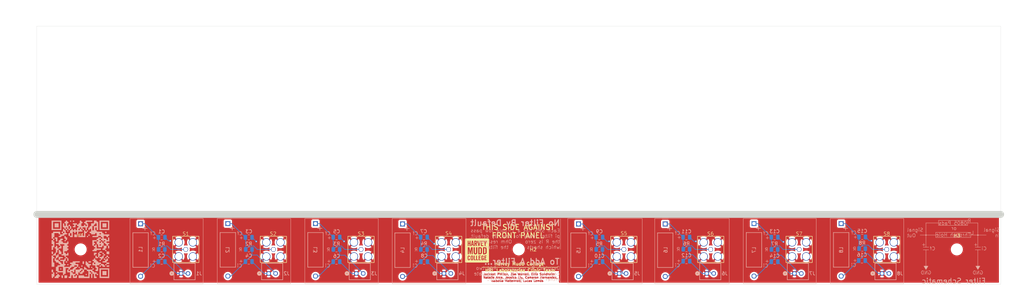
<source format=kicad_pcb>
(kicad_pcb (version 20240108) (generator "pcbnew") (generator_version "8.0")
  (layers (0 "F.Cu" signal) (31 "B.Cu" signal) (34 "B.Paste" user) (35 "F.Paste" user) (36 "B.SilkS" user "B.Silkscreen") (37 "F.SilkS" user "F.Silkscreen") (38 "B.Mask" user) (39 "F.Mask" user) (44 "Edge.Cuts" user))
  (net 0 "")
  (net 1 "GND")
  (net 2 "Net-(C1-Pad1)")
  (net 3 "Net-(C2-Pad1)")
  (net 4 "Net-(C3-Pad1)")
  (net 5 "Net-(C4-Pad1)")
  (net 6 "Net-(C5-Pad1)")
  (net 7 "Net-(C6-Pad1)")
  (net 8 "Net-(C7-Pad1)")
  (net 9 "Net-(C8-Pad1)")
  (net 10 "Net-(C9-Pad1)")
  (net 11 "Net-(C10-Pad1)")
  (net 12 "Net-(C11-Pad1)")
  (net 13 "Net-(C12-Pad1)")
  (net 14 "Net-(C13-Pad1)")
  (net 15 "Net-(C14-Pad1)")
  (net 16 "Net-(C15-Pad1)")
  (net 17 "Net-(C16-Pad1)")
  (footprint "MountingHole:MountingHole_3mm" (layer "F.Cu") (at 78 95.66)
    (property "Reference" "H1" (at -0.023495 -4.132293 0) (layer "F.SilkS"))
    (property "Value" "MountingHole" (hide yes))
    (pad "" np_thru_hole circle (at 0 0) (size 3 3) (drill 3) (layers "*.Cu" "*.Mask"))
  )
  (footprint "smaconnect_DACs:HJ-SMA993" (layer "F.Cu") (at 260.65 95.66)
    (property "Reference" "S6" (at -0.05 -4.56 0) (layer "F.SilkS") (effects (font (thickness 0.1))))
    (property "Value" "SMA_CONNECTOR")
    (pad "1" thru_hole circle (at -2.05 -2.05) (size 2.4 2.4) (drill 2.05) (layers "*.Cu" "*.Mask") (net 1 "GND"))
    (pad "2" thru_hole circle (at -2.05 2.05) (size 2.4 2.4) (drill 2.05) (layers "*.Cu" "*.Mask") (net 1 "GND"))
    (pad "3" thru_hole circle (at 0 0) (size 1.35 1.35) (drill 1.1) (layers "*.Cu" "*.Mask") (net 12 "Net-(C11-Pad1)"))
    (pad "4" thru_hole circle (at 2.05 -2.05) (size 2.4 2.4) (drill 2.05) (layers "*.Cu" "*.Mask") (net 1 "GND"))
    (pad "5" thru_hole circle (at 2.05 2.05) (size 2.4 2.4) (drill 2.05) (layers "*.Cu" "*.Mask") (net 1 "GND"))
  )
  (footprint "Logos:Footprint_HMC" (layer "F.Cu") (at 192.9 96)
    (property "Reference" "  " (at 0 0 0) (layer "F.SilkS") (effects (font (size 1.5 1.5) (thickness 0.3))))
    (property "Value" "LOGO" (hide yes))
  )
  (footprint "smaconnect_DACs:HJ-SMA993" (layer "F.Cu") (at 184.68 95.66)
    (property "Reference" "S4" (at 0 -4.66 0) (layer "F.SilkS") (effects (font (thickness 0.1))))
    (property "Value" "SMA_CONNECTOR")
    (pad "1" thru_hole circle (at -2.05 -2.05) (size 2.4 2.4) (drill 2.05) (layers "*.Cu" "*.Mask") (net 1 "GND"))
    (pad "2" thru_hole circle (at -2.05 2.05) (size 2.4 2.4) (drill 2.05) (layers "*.Cu" "*.Mask") (net 1 "GND"))
    (pad "3" thru_hole circle (at 0 0) (size 1.35 1.35) (drill 1.1) (layers "*.Cu" "*.Mask") (net 8 "Net-(C7-Pad1)"))
    (pad "4" thru_hole circle (at 2.05 -2.05) (size 2.4 2.4) (drill 2.05) (layers "*.Cu" "*.Mask") (net 1 "GND"))
    (pad "5" thru_hole circle (at 2.05 2.05) (size 2.4 2.4) (drill 2.05) (layers "*.Cu" "*.Mask") (net 1 "GND"))
  )
  (footprint "MountingHole:MountingHole_3mm" (layer "F.Cu") (at 332 95.66)
    (property "Reference" "H3" (at 0 -4 0) (layer "F.SilkS"))
    (property "Value" "MountingHole")
    (pad "" np_thru_hole circle (at 0 0) (size 3 3) (drill 3) (layers "*.Cu" "*.Mask"))
  )
  (footprint "smaconnect_DACs:HJ-SMA993" (layer "F.Cu") (at 133.88 95.66)
    (property "Reference" "S2" (at -0.08 -4.56 0) (layer "F.SilkS") (effects (font (thickness 0.1))))
    (property "Value" "SMA_CONNECTOR")
    (pad "1" thru_hole circle (at -2.05 -2.05) (size 2.4 2.4) (drill 2.05) (layers "*.Cu" "*.Mask") (net 1 "GND"))
    (pad "2" thru_hole circle (at -2.05 2.05) (size 2.4 2.4) (drill 2.05) (layers "*.Cu" "*.Mask") (net 1 "GND"))
    (pad "3" thru_hole circle (at 0 0) (size 1.35 1.35) (drill 1.1) (layers "*.Cu" "*.Mask") (net 4 "Net-(C3-Pad1)"))
    (pad "4" thru_hole circle (at 2.05 -2.05) (size 2.4 2.4) (drill 2.05) (layers "*.Cu" "*.Mask") (net 1 "GND"))
    (pad "5" thru_hole circle (at 2.05 2.05) (size 2.4 2.4) (drill 2.05) (layers "*.Cu" "*.Mask") (net 1 "GND"))
  )
  (footprint "smaconnect_DACs:HJ-SMA993" (layer "F.Cu") (at 286.28 95.66)
    (property "Reference" "S7" (at 0 -4.56 0) (layer "F.SilkS") (effects (font (thickness 0.1))))
    (property "Value" "SMA_CONNECTOR")
    (pad "1" thru_hole circle (at -2.05 -2.05) (size 2.4 2.4) (drill 2.05) (layers "*.Cu" "*.Mask") (net 1 "GND"))
    (pad "2" thru_hole circle (at -2.05 2.05) (size 2.4 2.4) (drill 2.05) (layers "*.Cu" "*.Mask") (net 1 "GND"))
    (pad "3" thru_hole circle (at 0 0) (size 1.35 1.35) (drill 1.1) (layers "*.Cu" "*.Mask") (net 14 "Net-(C13-Pad1)"))
    (pad "4" thru_hole circle (at 2.05 -2.05) (size 2.4 2.4) (drill 2.05) (layers "*.Cu" "*.Mask") (net 1 "GND"))
    (pad "5" thru_hole circle (at 2.05 2.05) (size 2.4 2.4) (drill 2.05) (layers "*.Cu" "*.Mask") (net 1 "GND"))
  )
  (footprint "smaconnect_DACs:HJ-SMA993" (layer "F.Cu") (at 311.68 95.66)
    (property "Reference" "S8" (at 0 -4.56 0) (layer "F.SilkS") (effects (font (thickness 0.1))))
    (property "Value" "SMA_CONNECTOR")
    (pad "1" thru_hole circle (at -2.05 -2.05) (size 2.4 2.4) (drill 2.05) (layers "*.Cu" "*.Mask") (net 1 "GND"))
    (pad "2" thru_hole circle (at -2.05 2.05) (size 2.4 2.4) (drill 2.05) (layers "*.Cu" "*.Mask") (net 1 "GND"))
    (pad "3" thru_hole circle (at 0 0) (size 1.35 1.35) (drill 1.1) (layers "*.Cu" "*.Mask") (net 16 "Net-(C15-Pad1)"))
    (pad "4" thru_hole circle (at 2.05 -2.05) (size 2.4 2.4) (drill 2.05) (layers "*.Cu" "*.Mask") (net 1 "GND"))
    (pad "5" thru_hole circle (at 2.05 2.05) (size 2.4 2.4) (drill 2.05) (layers "*.Cu" "*.Mask") (net 1 "GND"))
  )
  (footprint "MountingHole:MountingHole_3mm" (layer "F.Cu") (at 205 95.66)
    (property "Reference" "H2" (at 4.2 0.04 0) (layer "F.SilkS"))
    (property "Value" "MountingHole")
    (pad "" np_thru_hole circle (at 0 0) (size 3 3) (drill 3) (layers "*.Cu" "*.Mask"))
  )
  (footprint "smaconnect_DACs:HJ-SMA993" (layer "F.Cu") (at 159.28 95.66)
    (property "Reference" "S3" (at 0 -4.56 0) (layer "F.SilkS") (effects (font (thickness 0.1))))
    (property "Value" "SMA_CONNECTOR")
    (pad "1" thru_hole circle (at -2.05 -2.05) (size 2.4 2.4) (drill 2.05) (layers "*.Cu" "*.Mask") (net 1 "GND"))
    (pad "2" thru_hole circle (at -2.05 2.05) (size 2.4 2.4) (drill 2.05) (layers "*.Cu" "*.Mask") (net 1 "GND"))
    (pad "3" thru_hole circle (at 0 0) (size 1.35 1.35) (drill 1.1) (layers "*.Cu" "*.Mask") (net 6 "Net-(C5-Pad1)"))
    (pad "4" thru_hole circle (at 2.05 -2.05) (size 2.4 2.4) (drill 2.05) (layers "*.Cu" "*.Mask") (net 1 "GND"))
    (pad "5" thru_hole circle (at 2.05 2.05) (size 2.4 2.4) (drill 2.05) (layers "*.Cu" "*.Mask") (net 1 "GND"))
  )
  (footprint "smaconnect_DACs:HJ-SMA993" (layer "F.Cu") (at 108.48 95.66)
    (property "Reference" "S1" (at 0 -4.56 0) (layer "F.SilkS") (effects (font (thickness 0.1))))
    (property "Value" "SMA_CONNECTOR")
    (pad "1" thru_hole circle (at -2.05 -2.05) (size 2.4 2.4) (drill 2.05) (layers "*.Cu" "*.Mask") (net 1 "GND"))
    (pad "2" thru_hole circle (at -2.05 2.05) (size 2.4 2.4) (drill 2.05) (layers "*.Cu" "*.Mask") (net 1 "GND"))
    (pad "3" thru_hole circle (at 0 0) (size 1.35 1.35) (drill 1.1) (layers "*.Cu" "*.Mask") (net 2 "Net-(C1-Pad1)"))
    (pad "4" thru_hole circle (at 2.05 -2.05) (size 2.4 2.4) (drill 2.05) (layers "*.Cu" "*.Mask") (net 1 "GND"))
    (pad "5" thru_hole circle (at 2.05 2.05) (size 2.4 2.4) (drill 2.05) (layers "*.Cu" "*.Mask") (net 1 "GND"))
  )
  (footprint "smaconnect_DACs:HJ-SMA993" (layer "F.Cu") (at 235.48 95.66)
    (property "Reference" "S5" (at 0 -4.66 0) (layer "F.SilkS") (effects (font (thickness 0.1))))
    (property "Value" "SMA_CONNECTOR")
    (pad "1" thru_hole circle (at -2.05 -2.05) (size 2.4 2.4) (drill 2.05) (layers "*.Cu" "*.Mask") (net 1 "GND"))
    (pad "2" thru_hole circle (at -2.05 2.05) (size 2.4 2.4) (drill 2.05) (layers "*.Cu" "*.Mask") (net 1 "GND"))
    (pad "3" thru_hole circle (at 0 0) (size 1.35 1.35) (drill 1.1) (layers "*.Cu" "*.Mask") (net 10 "Net-(C9-Pad1)"))
    (pad "4" thru_hole circle (at 2.05 -2.05) (size 2.4 2.4) (drill 2.05) (layers "*.Cu" "*.Mask") (net 1 "GND"))
    (pad "5" thru_hole circle (at 2.05 2.05) (size 2.4 2.4) (drill 2.05) (layers "*.Cu" "*.Mask") (net 1 "GND"))
  )
  (footprint "Resistor_SMD:R_0805_2012Metric" (layer "B.Cu") (at 279.168 95.66)
    (property "Reference" "R7" (at 0 -1.6256 0) (layer "B.SilkS") (effects (justify mirror)))
    (property "Value" "0")
    (pad "1" smd roundrect (at -0.9125 0) (size 1.025 1.4) (layers "B.Cu" "B.Paste" "B.Mask") (roundrect_rratio 0.243902) (net 14 "Net-(C13-Pad1)"))
    (pad "2" smd roundrect (at 0.9125 0) (size 1.025 1.4) (layers "B.Cu" "B.Paste" "B.Mask") (roundrect_rratio 0.243902) (net 15 "Net-(C14-Pad1)"))
  )
  (footprint "Capacitor_SMD:C_0805_2012Metric" (layer "B.Cu") (at 228.368 99.216)
    (property "Reference" "C10" (at 0.0254 -1.6764 0) (layer "B.SilkS") (effects (justify mirror)))
    (property "Value" "C")
    (pad "1" smd roundrect (at -0.95 0) (size 1 1.45) (layers "B.Cu" "B.Paste" "B.Mask") (net 11 "Net-(C10-Pad1)"))
    (pad "2" smd roundrect (at 0.95 0) (size 1 1.45) (layers "B.Cu" "B.Paste" "B.Mask") (net 1 "GND"))
  )
  (footprint "footprints:CONN_B2B-PH-K-SLFSN_JST" (layer "B.Cu") (at 132.514999 102.645 180)
    (property "Reference" "J2" (at -5.175001 0 0) (layer "B.SilkS") (effects (justify mirror)))
    (property "Value" "B2B-PH-K-SLFSN")
    (pad "1" thru_hole circle (at 0 0 180) (size 1.3208 1.3208) (drill 0.8128) (layers "*.Cu" "*.Mask") (net 1 "GND"))
    (pad "2" thru_hole circle (at -2.000001 0 180) (size 1.3208 1.3208) (drill 0.8128) (layers "*.Cu" "*.Mask") (net 5 "Net-(C4-Pad1)"))
  )
  (footprint "inductor_THT:IND_1537R_API" (layer "B.Cu") (at 95.3736 88.2178 -90)
    (property "Reference" "L1" (at 7.4676 0 90) (layer "B.SilkS") (effects (justify mirror)))
    (property "Value" "L")
    (pad "1" thru_hole rect (at 0 0 270) (size 1.4478 1.4478) (drill 0.9398) (layers "*.Cu" "*.Mask") (net 2 "Net-(C1-Pad1)"))
    (pad "2" thru_hole circle (at 15.24 0 270) (size 1.4478 1.4478) (drill 0.9398) (layers "*.Cu" "*.Mask") (net 3 "Net-(C2-Pad1)"))
  )
  (footprint "Custom Logos:qr_code_17mm" (layer "B.Cu") (at 77.9 95.6 180)
    (property "Reference" "G***" (hide yes))
    (property "Value" "LOGO" (hide yes))
  )
  (footprint "Capacitor_SMD:C_0805_2012Metric" (layer "B.Cu") (at 304.4918 98.8858)
    (property "Reference" "C16" (at 0 -1.651 0) (layer "B.SilkS") (effects (justify mirror)))
    (property "Value" "C")
    (pad "1" smd roundrect (at -0.95 0) (size 1 1.45) (layers "B.Cu" "B.Paste" "B.Mask") (net 17 "Net-(C16-Pad1)"))
    (pad "2" smd roundrect (at 0.95 0) (size 1 1.45) (layers "B.Cu" "B.Paste" "B.Mask") (net 1 "GND"))
  )
  (footprint "Capacitor_SMD:C_0805_2012Metric" (layer "B.Cu") (at 228.368 92.104)
    (property "Reference" "C9" (at 0 -1.651 0) (layer "B.SilkS") (effects (justify mirror)))
    (property "Value" "C")
    (pad "1" smd roundrect (at -0.95 0) (size 1 1.45) (layers "B.Cu" "B.Paste" "B.Mask") (net 10 "Net-(C9-Pad1)"))
    (pad "2" smd roundrect (at 0.95 0) (size 1 1.45) (layers "B.Cu" "B.Paste" "B.Mask") (net 1 "GND"))
  )
  (footprint "Capacitor_SMD:C_0805_2012Metric" (layer "B.Cu") (at 304.568 92.0532)
    (property "Reference" "C15" (at 0 -1.7272 0) (layer "B.SilkS") (effects (justify mirror)))
    (property "Value" "C")
    (pad "1" smd roundrect (at -0.95 0) (size 1 1.45) (layers "B.Cu" "B.Paste" "B.Mask") (net 16 "Net-(C15-Pad1)"))
    (pad "2" smd roundrect (at 0.95 0) (size 1 1.45) (layers "B.Cu" "B.Paste" "B.Mask") (net 1 "GND"))
  )
  (footprint "footprints:CONN_B2B-PH-K-SLFSN_JST" (layer "B.Cu") (at 259.514999 102.645 180)
    (property "Reference" "J6" (at -5.175001 0 0) (layer "B.SilkS") (effects (justify mirror)))
    (property "Value" "B2B-PH-K-SLFSN")
    (pad "1" thru_hole circle (at 0 0 180) (size 1.3208 1.3208) (drill 0.8128) (layers "*.Cu" "*.Mask") (net 1 "GND"))
    (pad "2" thru_hole circle (at -2.000001 0 180) (size 1.3208 1.3208) (drill 0.8128) (layers "*.Cu" "*.Mask") (net 13 "Net-(C12-Pad1)"))
  )
  (footprint "footprints:CONN_B2B-PH-K-SLFSN_JST" (layer "B.Cu") (at 183.314999 102.645 180)
    (property "Reference" "J4" (at -5.175001 0 0) (layer "B.SilkS") (effects (justify mirror)))
    (property "Value" "B2B-PH-K-SLFSN")
    (pad "1" thru_hole circle (at 0 0 180) (size 1.3208 1.3208) (drill 0.8128) (layers "*.Cu" "*.Mask") (net 1 "GND"))
    (pad "2" thru_hole circle (at -2.000001 0 180) (size 1.3208 1.3208) (drill 0.8128) (layers "*.Cu" "*.Mask") (net 9 "Net-(C8-Pad1)"))
  )
  (footprint "inductor_THT:IND_1537R_API" (layer "B.Cu") (at 146.072 88.167 -90)
    (property "Reference" "L3" (at 7.5946 0.0254 90) (layer "B.SilkS") (effects (justify mirror)))
    (property "Value" "L")
    (pad "1" thru_hole rect (at 0 0 270) (size 1.4478 1.4478) (drill 0.9398) (layers "*.Cu" "*.Mask") (net 6 "Net-(C5-Pad1)"))
    (pad "2" thru_hole circle (at 15.24 0 270) (size 1.4478 1.4478) (drill 0.9398) (layers "*.Cu" "*.Mask") (net 7 "Net-(C6-Pad1)"))
  )
  (footprint "Capacitor_SMD:C_0805_2012Metric" (layer "B.Cu") (at 101.495 92.1548)
    (property "Reference" "C1" (at -0.0508 -1.6764 0) (layer "B.SilkS") (effects (justify mirror)))
    (property "Value" "C")
    (pad "1" smd roundrect (at -0.95 0) (size 1 1.45) (layers "B.Cu" "B.Paste" "B.Mask") (net 2 "Net-(C1-Pad1)"))
    (pad "2" smd roundrect (at 0.95 0) (size 1 1.45) (layers "B.Cu" "B.Paste" "B.Mask") (net 1 "GND"))
  )
  (footprint "Resistor_SMD:R_0805_2012Metric" (layer "B.Cu") (at 228.368 95.66)
    (property "Reference" "R5" (at -0.0254 -1.6256 0) (layer "B.SilkS") (effects (justify mirror)))
    (property "Value" "0")
    (pad "1" smd roundrect (at -0.9125 0) (size 1.025 1.4) (layers "B.Cu" "B.Paste" "B.Mask") (roundrect_rratio 0.243902) (net 10 "Net-(C9-Pad1)"))
    (pad "2" smd roundrect (at 0.9125 0) (size 1.025 1.4) (layers "B.Cu" "B.Paste" "B.Mask") (roundrect_rratio 0.243902) (net 11 "Net-(C10-Pad1)"))
  )
  (footprint "inductor_THT:IND_1537R_API" (layer "B.Cu") (at 273.199 88.167 -90)
    (property "Reference" "L7" (at 7.6454 0 90) (layer "B.SilkS") (effects (justify mirror)))
    (property "Value" "L")
    (pad "1" thru_hole rect (at 0 0 270) (size 1.4478 1.4478) (drill 0.9398) (layers "*.Cu" "*.Mask") (net 14 "Net-(C13-Pad1)"))
    (pad "2" thru_hole circle (at 15.24 0 270) (size 1.4478 1.4478) (drill 0.9398) (layers "*.Cu" "*.Mask") (net 15 "Net-(C14-Pad1)"))
  )
  (footprint "Capacitor_SMD:C_0805_2012Metric" (layer "B.Cu") (at 152.168 99.216)
    (property "Reference" "C6" (at 0.0254 -1.6256 0) (layer "B.SilkS") (effects (justify mirror)))
    (property "Value" "C")
    (pad "1" smd roundrect (at -0.95 0) (size 1 1.45) (layers "B.Cu" "B.Paste" "B.Mask") (net 7 "Net-(C6-Pad1)"))
    (pad "2" smd roundrect (at 0.95 0) (size 1 1.45) (layers "B.Cu" "B.Paste" "B.Mask") (net 1 "GND"))
  )
  (footprint "Resistor_SMD:R_0805_2012Metric" (layer "B.Cu") (at 101.495 95.66)
    (property "Reference" "R1" (at -0.0254 -1.6002 0) (layer "B.SilkS") (effects (justify mirror)))
    (property "Value" "0")
    (pad "1" smd roundrect (at -0.9125 0) (size 1.025 1.4) (layers "B.Cu" "B.Paste" "B.Mask") (roundrect_rratio 0.243902) (net 2 "Net-(C1-Pad1)"))
    (pad "2" smd roundrect (at 0.9125 0) (size 1.025 1.4) (layers "B.Cu" "B.Paste" "B.Mask") (roundrect_rratio 0.243902) (net 3 "Net-(C2-Pad1)"))
  )
  (footprint "inductor_THT:IND_1537R_API" (layer "B.Cu") (at 120.672 88.167 -90)
    (property "Reference" "L2" (at 7.62 0.0762 90) (layer "B.SilkS") (effects (justify mirror)))
    (property "Value" "L")
    (pad "1" thru_hole rect (at 0 0 270) (size 1.4478 1.4478) (drill 0.9398) (layers "*.Cu" "*.Mask") (net 4 "Net-(C3-Pad1)"))
    (pad "2" thru_hole circle (at 15.24 0 270) (size 1.4478 1.4478) (drill 0.9398) (layers "*.Cu" "*.Mask") (net 5 "Net-(C4-Pad1)"))
  )
  (footprint "Capacitor_SMD:C_0805_2012Metric" (layer "B.Cu") (at 126.7305 92.1548)
    (property "Reference" "C3" (at 0.0375 -1.7018 0) (layer "B.SilkS") (effects (justify mirror)))
    (property "Value" "C")
    (pad "1" smd roundrect (at -0.95 0) (size 1 1.45) (layers "B.Cu" "B.Paste" "B.Mask") (net 4 "Net-(C3-Pad1)"))
    (pad "2" smd roundrect (at 0.95 0) (size 1 1.45) (layers "B.Cu" "B.Paste" "B.Mask") (net 1 "GND"))
  )
  (footprint "Capacitor_SMD:C_0805_2012Metric" (layer "B.Cu") (at 177.5851 99.216)
    (property "Reference" "C8" (at 0.0083 -1.7018 0) (layer "B.SilkS") (effects (justify mirror)))
    (property "Value" "C")
    (pad "1" smd roundrect (at -0.95 0) (size 1 1.45) (layers "B.Cu" "B.Paste" "B.Mask") (net 9 "Net-(C8-Pad1)"))
    (pad "2" smd roundrect (at 0.95 0) (size 1 1.45) (layers "B.Cu" "B.Paste" "B.Mask") (net 1 "GND"))
  )
  (footprint "Resistor_SMD:R_0805_2012Metric" (layer "B.Cu") (at 304.568 95.4314)
    (property "Reference" "R8" (at 0 -1.651 0) (layer "B.SilkS") (effects (justify mirror)))
    (property "Value" "0")
    (pad "1" smd roundrect (at -0.9125 0) (size 1.025 1.4) (layers "B.Cu" "B.Paste" "B.Mask") (roundrect_rratio 0.243902) (net 16 "Net-(C15-Pad1)"))
    (pad "2" smd roundrect (at 0.9125 0) (size 1.025 1.4) (layers "B.Cu" "B.Paste" "B.Mask") (roundrect_rratio 0.243902) (net 17 "Net-(C16-Pad1)"))
  )
  (footprint "Resistor_SMD:R_0805_2012Metric" (layer "B.Cu") (at 177.5191 95.66)
    (property "Reference" "R4" (at -0.0019 -1.6764 0) (layer "B.SilkS") (effects (justify mirror)))
    (property "Value" "0")
    (pad "1" smd roundrect (at -0.9125 0) (size 1.025 1.4) (layers "B.Cu" "B.Paste" "B.Mask") (roundrect_rratio 0.243902) (net 8 "Net-(C7-Pad1)"))
    (pad "2" smd roundrect (at 0.9125 0) (size 1.025 1.4) (layers "B.Cu" "B.Paste" "B.Mask") (roundrect_rratio 0.243902) (net 9 "Net-(C8-Pad1)"))
  )
  (footprint "Capacitor_SMD:C_0805_2012Metric" (layer "B.Cu") (at 101.495 99.216)
    (property "Reference" "C2" (at -0.0508 -1.6764 0) (layer "B.SilkS") (effects (justify mirror)))
    (property "Value" "C")
    (pad "1" smd roundrect (at -0.95 0) (size 1 1.45) (layers "B.Cu" "B.Paste" "B.Mask") (net 3 "Net-(C2-Pad1)"))
    (pad "2" smd roundrect (at 0.95 0) (size 1 1.45) (layers "B.Cu" "B.Paste" "B.Mask") (net 1 "GND"))
  )
  (footprint "Resistor_SMD:R_0805_2012Metric" (layer "B.Cu") (at 152.168 95.66)
    (property "Reference" "R3" (at 0.0591 -1.6256 0) (layer "B.SilkS") (effects (justify mirror)))
    (property "Value" "0")
    (pad "1" smd roundrect (at -0.9125 0) (size 1.025 1.4) (layers "B.Cu" "B.Paste" "B.Mask") (roundrect_rratio 0.243902) (net 6 "Net-(C5-Pad1)"))
    (pad "2" smd roundrect (at 0.9125 0) (size 1.025 1.4) (layers "B.Cu" "B.Paste" "B.Mask") (roundrect_rratio 0.243902) (net 7 "Net-(C6-Pad1)"))
  )
  (footprint "footprints:CONN_B2B-PH-K-SLFSN_JST" (layer "B.Cu") (at 107.114999 102.645 180)
    (property "Reference" "J1" (at -5.175001 0 0) (layer "B.SilkS") (effects (justify mirror)))
    (property "Value" "B2B-PH-K-SLFSN")
    (pad "1" thru_hole circle (at 0 0 180) (size 1.3208 1.3208) (drill 0.8128) (layers "*.Cu" "*.Mask") (net 1 "GND"))
    (pad "2" thru_hole circle (at -2.000001 0 180) (size 1.3208 1.3208) (drill 0.8128) (layers "*.Cu" "*.Mask") (net 3 "Net-(C2-Pad1)"))
  )
  (footprint "inductor_THT:IND_1537R_API" (layer "B.Cu") (at 222.3228 88.2686 -90)
    (property "Reference" "L5" (at 7.6962 0 90) (layer "B.SilkS") (effects (justify mirror)))
    (property "Value" "L")
    (pad "1" thru_hole rect (at 0 0 270) (size 1.4478 1.4478) (drill 0.9398) (layers "*.Cu" "*.Mask") (net 10 "Net-(C9-Pad1)"))
    (pad "2" thru_hole circle (at 15.24 0 270) (size 1.4478 1.4478) (drill 0.9398) (layers "*.Cu" "*.Mask") (net 11 "Net-(C10-Pad1)"))
  )
  (footprint "Capacitor_SMD:C_0805_2012Metric" (layer "B.Cu") (at 253.5921 92.104)
    (property "Reference" "C11" (at -0.0019 -1.651 0) (layer "B.SilkS") (effects (justify mirror)))
    (property "Value" "C")
    (pad "1" smd roundrect (at -0.95 0) (size 1 1.45) (layers "B.Cu" "B.Paste" "B.Mask") (net 12 "Net-(C11-Pad1)"))
    (pad "2" smd roundrect (at 0.95 0) (size 1 1.45) (layers "B.Cu" "B.Paste" "B.Mask") (net 1 "GND"))
  )
  (footprint "footprints:CONN_B2B-PH-K-SLFSN_JST" (layer "B.Cu") (at 310.314999 102.645 180)
    (property "Reference" "J8" (at -5.175001 0 0) (layer "B.SilkS") (effects (justify mirror)))
    (property "Value" "B2B-PH-K-SLFSN")
    (pad "1" thru_hole circle (at 0 0 180) (size 1.3208 1.3208) (drill 0.8128) (layers "*.Cu" "*.Mask") (net 1 "GND"))
    (pad "2" thru_hole circle (at -2.000001 0 180) (size 1.3208 1.3208) (drill 0.8128) (layers "*.Cu" "*.Mask") (net 17 "Net-(C16-Pad1)"))
  )
  (footprint "Capacitor_SMD:C_0805_2012Metric" (layer "B.Cu") (at 177.5191 92.104)
    (property "Reference" "C7" (at -0.0781 -1.6764 0) (layer "B.SilkS") (effects (justify mirror)))
    (property "Value" "C")
    (pad "1" smd roundrect (at -0.95 0) (size 1 1.45) (layers "B.Cu" "B.Paste" "B.Mask") (net 8 "Net-(C7-Pad1)"))
    (pad "2" smd roundrect (at 0.95 0) (size 1 1.45) (layers "B.Cu" "B.Paste" "B.Mask") (net 1 "GND"))
  )
  (footprint "Capacitor_SMD:C_0805_2012Metric" (layer "B.Cu") (at 253.6175 99.0636)
    (property "Reference" "C12" (at -0.0019 -1.651 0) (layer "B.SilkS") (effects (justify mirror)))
    (property "Value" "C")
    (pad "1" smd roundrect (at -0.95 0) (size 1 1.45) (layers "B.Cu" "B.Paste" "B.Mask") (net 13 "Net-(C12-Pad1)"))
    (pad "2" smd roundrect (at 0.95 0) (size 1 1.45) (layers "B.Cu" "B.Paste" "B.Mask") (net 1 "GND"))
  )
  (footprint "footprints:CONN_B2B-PH-K-SLFSN_JST" (layer "B.Cu") (at 234.114999 102.645 180)
    (property "Reference" "J5" (at -5.175001 0 0) (layer "B.SilkS") (effects (justify mirror)))
    (property "Value" "B2B-PH-K-SLFSN")
    (pad "1" thru_hole circle (at 0 0 180) (size 1.3208 1.3208) (drill 0.8128) (layers "*.Cu" "*.Mask") (net 1 "GND"))
    (pad "2" thru_hole circle (at -2.000001 0 180) (size 1.3208 1.3208) (drill 0.8128) (layers "*.Cu" "*.Mask") (net 11 "Net-(C10-Pad1)"))
  )
  (footprint "Resistor_SMD:R_0805_2012Metric" (layer "B.Cu") (at 126.768 95.66)
    (property "Reference" "R2" (at -0.0254 -1.6256 0) (layer "B.SilkS") (effects (justify mirror)))
    (property "Value" "0")
    (pad "1" smd roundrect (at -0.9125 0) (size 1.025 1.4) (layers "B.Cu" "B.Paste" "B.Mask") (roundrect_rratio 0.243902) (net 4 "Net-(C3-Pad1)"))
    (pad "2" smd roundrect (at 0.9125 0) (size 1.025 1.4) (layers "B.Cu" "B.Paste" "B.Mask") (roundrect_rratio 0.243902) (net 5 "Net-(C4-Pad1)"))
  )
  (footprint "inductor_THT:IND_1537R_API" (layer "B.Cu") (at 298.472 88.167 -90)
    (property "Reference" "L8" (at 7.6454 0 90) (layer "B.SilkS") (effects (justify mirror)))
    (property "Value" "L")
    (pad "1" thru_hole rect (at 0 0 270) (size 1.4478 1.4478) (drill 0.9398) (layers "*.Cu" "*.Mask") (net 16 "Net-(C15-Pad1)"))
    (pad "2" thru_hole circle (at 15.24 0 270) (size 1.4478 1.4478) (drill 0.9398) (layers "*.Cu" "*.Mask") (net 17 "Net-(C16-Pad1)"))
  )
  (footprint "inductor_THT:IND_1537R_API" (layer "B.Cu") (at 171.3196 88.2686 -90)
    (property "Reference" "L4" (at 7.62 0 90) (layer "B.SilkS") (effects (justify mirror)))
    (property "Value" "L")
    (pad "1" thru_hole rect (at 0 0 270) (size 1.4478 1.4478) (drill 0.9398) (layers "*.Cu" "*.Mask") (net 8 "Net-(C7-Pad1)"))
    (pad "2" thru_hole circle (at 15.24 0 270) (size 1.4478 1.4478) (drill 0.9398) (layers "*.Cu" "*.Mask") (net 9 "Net-(C8-Pad1)"))
  )
  (footprint "footprints:CONN_B2B-PH-K-SLFSN_JST" (layer "B.Cu") (at 284.914999 102.645 180)
    (property "Reference" "J7" (at -5.175001 0 0) (layer "B.SilkS") (effects (justify mirror)))
    (property "Value" "B2B-PH-K-SLFSN")
    (pad "1" thru_hole circle (at 0 0 180) (size 1.3208 1.3208) (drill 0.8128) (layers "*.Cu" "*.Mask") (net 1 "GND"))
    (pad "2" thru_hole circle (at -2.000001 0 180) (size 1.3208 1.3208) (drill 0.8128) (layers "*.Cu" "*.Mask") (net 15 "Net-(C14-Pad1)"))
  )
  (footprint "Capacitor_SMD:C_0805_2012Metric" (layer "B.Cu") (at 152.168 92.104)
    (property "Reference" "C5" (at 0.0254 -1.651 0) (layer "B.SilkS") (effects (justify mirror)))
    (property "Value" "C")
    (pad "1" smd roundrect (at -0.95 0) (size 1 1.45) (layers "B.Cu" "B.Paste" "B.Mask") (net 6 "Net-(C5-Pad1)"))
    (pad "2" smd roundrect (at 0.95 0) (size 1 1.45) (layers "B.Cu" "B.Paste" "B.Mask") (net 1 "GND"))
  )
  (footprint "Capacitor_SMD:C_0805_2012Metric" (layer "B.Cu") (at 279.168 99.216)
    (property "Reference" "C14" (at 0 -1.6764 0) (layer "B.SilkS") (effects (justify mirror)))
    (property "Value" "C")
    (pad "1" smd roundrect (at -0.95 0) (size 1 1.45) (layers "B.Cu" "B.Paste" "B.Mask") (net 15 "Net-(C14-Pad1)"))
    (pad "2" smd roundrect (at 0.95 0) (size 1 1.45) (layers "B.Cu" "B.Paste" "B.Mask") (net 1 "GND"))
  )
  (footprint "Capacitor_SMD:C_0805_2012Metric" (layer "B.Cu") (at 126.7305 99.1906)
    (property "Reference" "C4" (at -0.0133 -1.6764 0) (layer "B.SilkS") (effects (justify mirror)))
    (property "Value" "C")
    (pad "1" smd roundrect (at -0.95 0) (size 1 1.45) (layers "B.Cu" "B.Paste" "B.Mask") (net 5 "Net-(C4-Pad1)"))
    (pad "2" smd roundrect (at 0.95 0) (size 1 1.45) (layers "B.Cu" "B.Paste" "B.Mask") (net 1 "GND"))
  )
  (footprint "inductor_THT:IND_1537R_API" (layer "B.Cu") (at 247.4688 88.2686 -90)
    (property "Reference" "L6" (at 7.5438 -0.1016 90) (layer "B.SilkS") (effects (justify mirror)))
    (property "Value" "L")
    (pad "1" thru_hole rect (at 0 0 270) (size 1.4478 1.4478) (drill 0.9398) (layers "*.Cu" "*.Mask") (net 12 "Net-(C11-Pad1)"))
    (pad "2" thru_hole circle (at 15.24 0 270) (size 1.4478 1.4478) (drill 0.9398) (layers "*.Cu" "*.Mask") (net 13 "Net-(C12-Pad1)"))
  )
  (footprint "footprints:CONN_B2B-PH-K-SLFSN_JST" (layer "B.Cu") (at 157.914999 102.645 180)
    (property "Reference" "J3" (at -5.175001 0 0) (layer "B.SilkS") (effects (justify mirror)))
    (property "Value" "B2B-PH-K-SLFSN")
    (pad "1" thru_hole circle (at 0 0 180) (size 1.3208 1.3208) (drill 0.8128) (layers "*.Cu" "*.Mask") (net 1 "GND"))
    (pad "2" thru_hole circle (at -2.000001 0 180) (size 1.3208 1.3208) (drill 0.8128) (layers "*.Cu" "*.Mask") (net 7 "Net-(C6-Pad1)"))
  )
  (footprint "Resistor_SMD:R_0805_2012Metric" (layer "B.Cu") (at 253.6175 95.5838)
    (property "Reference" "R6" (at 0 -1.6002 0) (layer "B.SilkS") (effects (justify mirror)))
    (property "Value" "0")
    (pad "1" smd roundrect (at -0.9125 0) (size 1.025 1.4) (layers "B.Cu" "B.Paste" "B.Mask") (roundrect_rratio 0.243902) (net 12 "Net-(C11-Pad1)"))
    (pad "2" smd roundrect (at 0.9125 0) (size 1.025 1.4) (layers "B.Cu" "B.Paste" "B.Mask") (roundrect_rratio 0.243902) (net 13 "Net-(C12-Pad1)"))
  )
  (footprint "Capacitor_SMD:C_0805_2012Metric" (layer "B.Cu") (at 279.168 92.104)
    (property "Reference" "C13" (at 0 -1.6764 0) (layer "B.SilkS") (effects (justify mirror)))
    (property "Value" "C")
    (pad "1" smd roundrect (at -0.95 0) (size 1 1.45) (layers "B.Cu" "B.Paste" "B.Mask") (net 14 "Net-(C13-Pad1)"))
    (pad "2" smd roundrect (at 0.95 0) (size 1 1.45) (layers "B.Cu" "B.Paste" "B.Mask") (net 1 "GND"))
  )
  (gr_line (start 340.5 91.5) (end 336 91.5) (stroke (width 0.1)) (layer "B.SilkS"))
  (gr_rect (start 168.3 86.7) (end 189.7 105.6) (stroke (width 0.1)) (fill none) (layer "B.SilkS"))
  (gr_line (start 338.1 88) (end 335.1 88) (stroke (width 0.1)) (layer "B.SilkS"))
  (gr_poly (pts (xy 338.7 100.5) (xy 337.5 100.5) (xy 338.1 101.5)) (stroke (width 0.1)) (fill solid) (layer "B.SilkS"))
  (gr_line (start 323.05 95.8) (end 323.05 100.5) (stroke (width 0.1)) (layer "B.SilkS"))
  (gr_line (start 338.1 91.5) (end 338.1 95) (stroke (width 0.1)) (layer "B.SilkS"))
  (gr_circle (center 338.1 91.5) (end 337.958579 91.5) (stroke (width 0.1)) (fill solid) (layer "B.SilkS"))
  (gr_line (start 323.05 91.5) (end 323.05 95) (stroke (width 0.1)) (layer "B.SilkS"))
  (gr_rect (start 325.9 90.7) (end 336 92.2) (stroke (width 0.1)) (fill none) (layer "B.SilkS"))
  (gr_line (start 325.9 91.5) (end 321.349999 91.5) (stroke (width 0.1)) (layer "B.SilkS"))
  (gr_poly (pts (xy 323.65 100.5) (xy 322.45 100.5) (xy 323.05 101.5)) (stroke (width 0.1)) (fill solid) (layer "B.SilkS"))
  (gr_line (start 323.85 95) (end 322.25 95) (stroke (width 0.1)) (layer "B.SilkS"))
  (gr_line (start 337.3 95.8) (end 338.9 95.8) (stroke (width 0.1)) (layer "B.SilkS"))
  (gr_line (start 338.1 95.8) (end 338.1 100.5) (stroke (width 0.1)) (layer "B.SilkS"))
  (gr_circle (center 323.05 91.5) (end 322.938197 91.5) (stroke (width 0.1)) (fill solid) (layer "B.SilkS"))
  (gr_line (start 217.1 86.8) (end 217.1 95.6) (stroke (width 0.1)) (layer "B.SilkS"))
  (gr_rect (start 92.3 86.7) (end 113.5 105.6) (stroke (width 0.1)) (fill none) (layer "B.SilkS"))
  (gr_rect (start 270.1 86.7) (end 291.266666 105.6) (stroke (width 0.1)) (fill none) (layer "B.SilkS"))
  (gr_line (start 338.1 91.5) (end 338.1 88) (stroke (width 0.1)) (layer "B.SilkS"))
  (gr_line (start 323.05 91.5) (end 323.05 88) (stroke (width 0.1)) (layer "B.SilkS"))
  (gr_rect (start 219.2 86.7) (end 240.8 105.6) (stroke (width 0.1)) (fill none) (layer "B.SilkS"))
  (gr_line (start 338.9 95) (end 337.3 95) (stroke (width 0.1)) (layer "B.SilkS"))
  (gr_rect (start 244.4 86.7) (end 266.033333 105.6) (stroke (width 0.1)) (fill none) (layer "B.SilkS"))
  (gr_line (start 323.05 88) (end 326.7 88) (stroke (width 0.1)) (layer "B.SilkS"))
  (gr_line (start 322.25 95.8) (end 323.85 95.8) (stroke (width 0.1)) (layer "B.SilkS"))
  (gr_rect (start 326.7 87.2) (end 335.1 88.7) (stroke (width 0.1)) (fill none) (layer "B.SilkS"))
  (gr_rect (start 143 86.7) (end 164.3 105.6) (stroke (width 0.1)) (fill none) (layer "B.SilkS"))
  (gr_rect (start 295.3 86.7) (end 316.6 105.6) (stroke (width 0.1)) (fill none) (layer "B.SilkS"))
  (gr_line (start 217.1 98.1) (end 217.1 105.3) (stroke (width 0.1)) (layer "B.SilkS"))
  (gr_rect (start 117.6 86.7) (end 138.9 105.6) (stroke (width 0.1)) (fill none) (layer "B.SilkS"))
  (gr_line (start 194.3048 100.8416) (end 216.3048 100.8416) (stroke (width 0.15)) (layer "F.SilkS"))
  (gr_line (start 344.7 105.82) (end 344.7 30.82) (stroke (width 0.05)) (layer "Edge.Cuts"))
  (gr_line (start 344.7 30.82) (end 65.3 30.82) (stroke (width 0.05)) (layer "Edge.Cuts"))
  (gr_line (start 65.3 105.82) (end 65.3 30.82) (stroke (width 0.05)) (layer "Edge.Cuts"))
  (gr_line (start 65.3 85.5) (end 344.7 85.5) (stroke (width 2)) (layer "Edge.Cuts"))
  (gr_line (start 65.3 105.82) (end 344.7 105.82) (stroke (width 0.05)) (layer "Edge.Cuts"))
  (gr_text "Jackson Philion, Zoe Worrall, Ellie Sundheim \nNatalie Arce, Jessica Liu, Cameron Hernandez, \n	Isabella Hottenrott, Lucas Lemos\n" (at 194.6658 105.1342 0) (layer "F.Cu") (effects (font (size 0.6 0.6) (thickness 0.15) (bold yes)) (justify left bottom)))
  (gr_text "Cf" (at 302.97619 91.4 -0) (layer "B.SilkS") (effects (font (size 1 1) (thickness 0.1)) (justify left bottom mirror)))
  (gr_text "+" (at 276.4 92.8 0) (layer "B.SilkS") (effects (font (size 1 1) (thickness 0.1)) (justify left bottom)))
  (gr_text "+" (at 301.8 99.4 0) (layer "B.SilkS") (effects (font (size 1 1) (thickness 0.1)) (justify left bottom)))
  (gr_text "Ci" (at 251.77619 100.9 -0) (layer "B.SilkS") (effects (font (size 1 1) (thickness 0.1)) (justify left bottom mirror)))
  (gr_text "R" (at 124.9 96.3 0) (layer "B.SilkS") (effects (font (size 1 1) (thickness 0.1)) (justify left bottom mirror)))
  (gr_text "+" (at 174.8 92.8 0) (layer "B.SilkS") (effects (font (size 1 1) (thickness 0.1)) (justify left bottom)))
  (gr_text "GND" (at 324.65 103 -0) (layer "B.SilkS") (effects (font (size 1 1) (thickness 0.1)) (justify left bottom mirror)))
  (gr_text "Signal\nIn" (at 344.5 92.2 -0) (layer "B.SilkS") (effects (font (size 1 1) (thickness 0.1)) (justify left bottom mirror)))
  (gr_text "R" (at 175.8 96.3 0) (layer "B.SilkS") (effects (font (size 1 1) (thickness 0.1)) (justify left bottom mirror)))
  (gr_text "Cf" (at 150.47619 91.6 -0) (layer "B.SilkS") (effects (font (size 1 1) (thickness 0.1)) (justify left bottom mirror)))
  (gr_text "Cf" (at 277.47619 91.6 -0) (layer "B.SilkS") (effects (font (size 1 1) (thickness 0.1)) (justify left bottom mirror)))
  (gr_text "+" (at 98.6 99.6 0) (layer "B.SilkS") (effects (font (size 1 1) (thickness 0.1)) (justify left bottom)))
  (gr_text "R" (at 277.4 96.3 0) (layer "B.SilkS") (effects (font (size 1 1) (thickness 0.1)) (justify left bottom mirror)))
  (gr_text "+" (at 225.6 92.8 0) (layer "B.SilkS") (effects (font (size 1 1) (thickness 0.1)) (justify left bottom)))
  (gr_text "Ci" (at 99.67619 101 -0) (layer "B.SilkS") (effects (font (size 1 1) (thickness 0.1)) (justify left bottom mirror)))
  (gr_text "+" (at 250.8 92.7 0) (layer "B.SilkS") (effects (font (size 1 1) (thickness 0.1)) (justify left bottom)))
  (gr_text "+" (at 123.8 99.6 0) (layer "B.SilkS") (effects (font (size 1 1) (thickness 0.1)) (justify left bottom)))
  (gr_text "0805 Pads" (at 335 88.6 -0) (layer "B.SilkS") (effects (font (size 1 1) (thickness 0.1)) (justify left bottom mirror)))
  (gr_text "Ci" (at 302.87619 100.8 -0) (layer "B.SilkS") (effects (font (size 1 1) (thickness 0.1)) (justify left bottom mirror)))
  (gr_text "+" (at 250.7 99.5 0) (layer "B.SilkS") (effects (font (size 1 1) (thickness 0.1)) (justify left bottom)))
  (gr_text "+" (at 225.5 99.6 0) (layer "B.SilkS") (effects (font (size 1 1) (thickness 0.1)) (justify left bottom)))
  (gr_text "+" (at 149.4 92.8 0) (layer "B.SilkS") (effects (font (size 1 1) (thickness 0.1)) (justify left bottom)))
  (gr_text "No Filter By Default" (at 217.1 89 0) (layer "B.SilkS") (effects (font (size 1.7 1.7) (thickness 0.3) (bold yes)) (justify left bottom mirror)))
  (gr_text "Signal\nOut" (at 317.5 92.2 -0) (layer "B.SilkS") (effects (font (size 1 1) (thickness 0.1)) (justify right bottom mirror)))
  (gr_text "+" (at 123.9 92.8 0) (layer "B.SilkS") (effects (font (size 1 1) (thickness 0.1)) (justify left bottom)))
  (gr_text "To Add A Filter..." (at 217 100.2 0) (layer "B.SilkS") (effects (font (size 1.7 1.7) (thickness 0.3) (bold yes)) (justify left bottom mirror)))
  (gr_text "Cf" (at 99.77619 91.6 -0) (layer "B.SilkS") (effects (font (size 1 1) (thickness 0.1)) (justify left bottom mirror)))
  (gr_text "Cf" (at 251.87619 91.5 -0) (layer "B.SilkS") (effects (font (size 1 1) (thickness 0.1)) (justify left bottom mirror)))
  (gr_text "R" (at 226.6 96.3 0) (layer "B.SilkS") (effects (font (size 1 1) (thickness 0.1)) (justify left bottom mirror)))
  (gr_text "GND" (at 339.7 103 -0) (layer "B.SilkS") (effects (font (size 1 1) (thickness 0.1)) (justify left bottom mirror)))
  (gr_text "R" (at 150.4 96.3 0) (layer "B.SilkS") (effects (font (size 1 1) (thickness 0.1)) (justify left bottom mirror)))
  (gr_text "Cf" (at 124.97619 91.6 -0) (layer "B.SilkS") (effects (font (size 1 1) (thickness 0.1)) (justify left bottom mirror)))
  (gr_text "Ci" (at 150.37619 101 -0) (layer "B.SilkS") (effects (font (size 1 1) (thickness 0.1)) (justify left bottom mirror)))
  (gr_text "L" (at 337 91.4 -0) (layer "B.SilkS") (effects (font (size 1 1) (thickness 0.1)) (justify left bottom mirror)))
  (gr_text "+" (at 98.7 92.8 0) (layer "B.SilkS") (effects (font (size 1 1) (thickness 0.1)) (justify left bottom)))
  (gr_text "Cf" (at 325.8 96 -0) (layer "B.SilkS") (effects (font (size 1 1) (thickness 0.1)) (justify left bottom mirror)))
  (gr_text "+" (at 276.3 99.6 0) (layer "B.SilkS") (effects (font (size 1 1) (thickness 0.1)) (justify left bottom)))
  (gr_text "Cf" (at 226.67619 91.6 -0) (layer "B.SilkS") (effects (font (size 1 1) (thickness 0.1)) (justify left bottom mirror)))
  (gr_text "R" (at 251.8 96.2 0) (layer "B.SilkS") (effects (font (size 1 1) (thickness 0.1)) (justify left bottom mirror)))
  (gr_text "Ci" (at 226.57619 101 -0) (layer "B.SilkS") (effects (font (size 1 1) (thickness 0.1)) (justify left bottom mirror)))
  (gr_text "+" (at 301.9 92.6 0) (layer "B.SilkS") (effects (font (size 1 1) (thickness 0.1)) (justify left bottom)))
  (gr_text "R" (at 302.9 96.1 0) (layer "B.SilkS") (effects (font (size 1 1) (thickness 0.1)) (justify left bottom mirror)))
  (gr_text "+" (at 321.7 94.8 0) (layer "B.SilkS") (effects (font (size 1 1) (thickness 0.1)) (justify left bottom)))
  (gr_text "Desolder R component. Add two\ncaps to Ci and Cf, and populate\neither R or L with inductor." (at 217 100.5 0) (layer "B.SilkS") (effects (font (size 1 1) (thickness 0.1)) (justify left top mirror)))
  (gr_text "Ci" (at 124.87619 101 -0) (layer "B.SilkS") (effects (font (size 1 1) (thickness 0.1)) (justify left bottom mirror)))
  (gr_text "Ci" (at 277.37619 101 -0) (layer "B.SilkS") (effects (font (size 1 1) (thickness 0.1)) (justify left bottom mirror)))
  (gr_text "Through Hole" (at 336 92 -0) (layer "B.SilkS") (effects (font (size 1 1) (thickness 0.1)) (justify left bottom mirror)))
  (gr_text "+" (at 174.7 99.6 0) (layer "B.SilkS") (effects (font (size 1 1) (thickness 0.1)) (justify left bottom)))
  (gr_text "+" (at 149.3 99.6 0) (layer "B.SilkS") (effects (font (size 1 1) (thickness 0.1)) (justify left bottom)))
  (gr_text "R" (at 99.7 96.3 0) (layer "B.SilkS") (effects (font (size 1 1) (thickness 0.1)) (justify left bottom mirror)))
  (gr_text "Ci" (at 340.7 96 -0) (layer "B.SilkS") (effects (font (size 1 1) (thickness 0.1)) (justify left bottom mirror)))
  (gr_text "Cf" (at 175.87619 91.6 -0) (layer "B.SilkS") (effects (font (size 1 1) (thickness 0.1)) (justify left bottom mirror)))
  (gr_text "Filter Schematic" (at 340.5 105.7 -0) (layer "B.SilkS") (effects (font (size 1.5 1.5) (thickness 0.2) (bold yes)) (justify left bottom mirror)))
  (gr_text "R" (at 336.2 87.9 -0) (layer "B.SilkS") (effects (font (size 1 1) (thickness 0.1)) (justify left bottom mirror)))
  (gr_text "or" (at 332 90.1 -0) (layer "B.SilkS") (effects (font (size 1 1) (thickness 0.1)) (justify left bottom mirror)))
  (gr_text "Each SMA has a 1-pole low pass\npi filter ready for use. By default, \nthe R is zero     Ohm resistor,\nwhich shorts       the filter." (at 217 95.6 0) (layer "B.SilkS") (effects (font (size 1 1) (thickness 0.1)) (justify left bottom mirror)))
  (gr_text "Ci" (at 175.77619 101 -0) (layer "B.SilkS") (effects (font (size 1 1) (thickness 0.1)) (justify left bottom mirror)))
  (gr_text "+" (at 336.8 94.8 0) (layer "B.SilkS") (effects (font (size 1 1) (thickness 0.1)) (justify left bottom)))
  (gr_text "HRL Laboratories Clinic Team" (at 195.1484 102.264 0) (layer "F.SilkS") (effects (font (size 0.9 0.9) (thickness 0.2) (bold yes)) (justify left bottom)))
  (gr_text "THIS SIDE AGAINST\nFRONT PANEL" (at 204.8 92.5 0) (layer "F.SilkS") (effects (font (size 1.5 1.5) (thickness 0.25) (bold yes)) (justify bottom)))
  (gr_text "Harvey Mudd College" (at 197.8408 100.3844 0) (layer "F.SilkS") (effects (font (size 0.9 0.9) (thickness 0.2) (bold yes)) (justify left bottom)))
  (segment (start 180.5144 94.0344) (end 180.64 94.16) (width 0.2) (layer "F.Cu") (net 1))
  (via (at 128.9016 93.3486) (size 0.6) (drill 0.3) (layers "F.Cu" "B.Cu") (net 1))
  (via (at 103.9842 93.1708) (size 0.6) (drill 0.3) (layers "F.Cu" "B.Cu") (net 1))
  (via (at 281.7334 93.4756) (size 0.6) (drill 0.3) (layers "F.Cu" "B.Cu") (net 1))
  (via (at 180.5144 94.0344) (size 0.6) (drill 0.3) (layers "F.Cu" "B.Cu") (net 1))
  (via (at 231.2128 93.3232) (size 0.6) (drill 0.3) (layers "F.Cu" "B.Cu") (net 1))
  (via (at 256.3334 93.3232) (size 0.6) (drill 0.3) (layers "F.Cu" "B.Cu") (net 1))
  (via (at 154.3778 93.3232) (size 0.6) (drill 0.3) (layers "F.Cu" "B.Cu") (net 1))
  (via (at 307.235 93.1454) (size 0.6) (drill 0.3) (layers "F.Cu" "B.Cu") (net 1))
  (segment (start 283.547 102.645) (end 284.914999 102.645) (width 0.2) (layer "B.Cu") (net 1))
  (segment (start 254.5675 99.0636) (end 258.1489 102.645) (width 0.2) (layer "B.Cu") (net 1))
  (segment (start 128.8743 93.3486) (end 128.9016 93.3486) (width 0.2) (layer "B.Cu") (net 1))
  (segment (start 254.5421 92.104) (end 255.7613 93.3232) (width 0.2) (layer "B.Cu") (net 1))
  (segment (start 310.314999 102.645) (end 309.201 102.645) (width 0.2) (layer "B.Cu") (net 1))
  (segment (start 180.3995 94.0344) (end 180.5144 94.0344) (width 0.2) (layer "B.Cu") (net 1))
  (segment (start 103.461 93.1708) (end 103.9842 93.1708) (width 0.2) (layer "B.Cu") (net 1))
  (segment (start 178.4691 92.104) (end 180.3995 94.0344) (width 0.2) (layer "B.Cu") (net 1))
  (segment (start 131.1349 102.645) (end 132.514999 102.645) (width 0.2) (layer "B.Cu") (net 1))
  (segment (start 127.6805 92.1548) (end 128.8743 93.3486) (width 0.2) (layer "B.Cu") (net 1))
  (segment (start 280.118 99.216) (end 283.547 102.645) (width 0.2) (layer "B.Cu") (net 1))
  (segment (start 306.6102 93.1454) (end 307.235 93.1454) (width 0.2) (layer "B.Cu") (net 1))
  (segment (start 154.3372 93.3232) (end 154.3778 93.3232) (width 0.2) (layer "B.Cu") (net 1))
  (segment (start 255.7613 93.3232) (end 256.3334 93.3232) (width 0.2) (layer "B.Cu") (net 1))
  (segment (start 105.9146 102.645) (end 107.114999 102.645) (width 0.2) (layer "B.Cu") (net 1))
  (segment (start 281.4896 93.4756) (end 281.7334 93.4756) (width 0.2) (layer "B.Cu") (net 1))
  (segment (start 230.5372 93.3232) (end 231.2128 93.3232) (width 0.2) (layer "B.Cu") (net 1))
  (segment (start 229.318 99.216) (end 232.747 102.645) (width 0.2) (layer "B.Cu") (net 1))
  (segment (start 229.318 92.104) (end 230.5372 93.3232) (width 0.2) (layer "B.Cu") (net 1))
  (segment (start 232.747 102.645) (end 234.114999 102.645) (width 0.2) (layer "B.Cu") (net 1))
  (segment (start 105.874 102.645) (end 107.114999 102.645) (width 0.2) (layer "B.Cu") (net 1))
  (segment (start 305.518 92.0532) (end 306.6102 93.1454) (width 0.2) (layer "B.Cu") (net 1))
  (segment (start 153.118 99.216) (end 156.547 102.645) (width 0.2) (layer "B.Cu") (net 1))
  (segment (start 102.445 92.1548) (end 103.461 93.1708) (width 0.2) (layer "B.Cu") (net 1))
  (segment (start 309.201 102.645) (end 305.4418 98.8858) (width 0.2) (layer "B.Cu") (net 1))
  (segment (start 178.5351 99.216) (end 181.9641 102.645) (width 0.2) (layer "B.Cu") (net 1))
  (segment (start 156.547 102.645) (end 157.914999 102.645) (width 0.2) (layer "B.Cu") (net 1))
  (segment (start 181.9641 102.645) (end 183.314999 102.645) (width 0.2) (layer "B.Cu") (net 1))
  (segment (start 280.118 92.104) (end 281.4896 93.4756) (width 0.2) (layer "B.Cu") (net 1))
  (segment (start 258.1489 102.645) (end 259.514999 102.645) (width 0.2) (layer "B.Cu") (net 1))
  (segment (start 102.445 99.216) (end 105.874 102.645) (width 0.2) (layer "B.Cu") (net 1))
  (segment (start 127.6805 99.1906) (end 131.1349 102.645) (width 0.2) (layer "B.Cu") (net 1))
  (segment (start 153.118 92.104) (end 154.3372 93.3232) (width 0.2) (layer "B.Cu") (net 1))
  (segment (start 95.3736 88.2178) (end 96.608 88.2178) (width 0.2) (layer "B.Cu") (net 2))
  (segment (start 100.5825 92.1923) (end 100.545 92.1548) (width 0.2) (layer "B.Cu") (net 2))
  (segment (start 101.5825 94.66) (end 103.1112 94.66) (width 0.2) (layer "B.Cu") (net 2))
  (segment (start 104.1112 95.66) (end 108.48 95.66) (width 0.2) (layer "B.Cu") (net 2))
  (segment (start 100.5825 95.66) (end 101.5825 94.66) (width 0.2) (layer "B.Cu") (net 2))
  (segment (start 96.608 88.2178) (end 100.545 92.1548) (width 0.2) (layer "B.Cu") (net 2))
  (segment (start 100.5825 95.66) (end 100.5825 92.1923) (width 0.2) (layer "B.Cu") (net 2))
  (segment (start 103.1112 94.66) (end 104.1112 95.66) (width 0.2) (layer "B.Cu") (net 2))
  (segment (start 102.4075 97.3535) (end 103.18171 97.3535) (width 0.2) (layer "B.Cu") (net 3))
  (segment (start 108.075399 102.247189) (end 108.075399 102.645) (width 0.2) (layer "B.Cu") (net 3))
  (segment (start 102.4075 97.3535) (end 100.545 99.216) (width 0.2) (layer "B.Cu") (net 3))
  (segment (start 99.6154 99.216) (end 100.545 99.216) (width 0.2) (layer "B.Cu") (net 3))
  (segment (start 108.075399 102.645) (end 109.115 102.645) (width 0.2) (layer "B.Cu") (net 3))
  (segment (start 102.4075 95.66) (end 102.4075 97.3535) (width 0.2) (layer "B.Cu") (net 3))
  (segment (start 103.18171 97.3535) (end 108.075399 102.247189) (width 0.2) (layer "B.Cu") (net 3))
  (segment (start 95.3736 103.4578) (end 99.6154 99.216) (width 0.2) (layer "B.Cu") (net 3))
  (segment (start 120.672 88.167) (end 121.7927 88.167) (width 0.2) (layer "B.Cu") (net 4))
  (segment (start 126.8555 94.66) (end 128.177744 94.66) (width 0.2) (layer "B.Cu") (net 4))
  (segment (start 128.177744 94.66) (end 128.796744 95.279) (width 0.2) (layer "B.Cu") (net 4))
  (segment (start 121.7927 88.167) (end 125.7805 92.1548) (width 0.2) (layer "B.Cu") (net 4))
  (segment (start 125.8555 95.66) (end 126.8555 94.66) (width 0.2) (layer "B.Cu") (net 4))
  (segment (start 125.8555 95.66) (end 125.8555 92.2298) (width 0.2) (layer "B.Cu") (net 4))
  (segment (start 128.796744 95.279) (end 129.177744 95.66) (width 0.2) (layer "B.Cu") (net 4))
  (segment (start 125.8555 92.2298) (end 125.7805 92.1548) (width 0.2) (layer "B.Cu") (net 4))
  (segment (start 128.796744 95.279) (end 128.8 95.279) (width 0.2) (layer "B.Cu") (net 4))
  (segment (start 129.177744 95.66) (end 133.88 95.66) (width 0.2) (layer "B.Cu") (net 4))
  (segment (start 127.6805 97.2906) (end 129.1606 97.2906) (width 0.2) (layer "B.Cu") (net 5))
  (segment (start 125.7805 99.1906) (end 121.5641 103.407) (width 0.2) (layer "B.Cu") (net 5))
  (segment (start 121.5641 103.407) (end 120.672 103.407) (width 0.2) (layer "B.Cu") (net 5))
  (segment (start 129.1606 97.2906) (end 134.515 102.645) (width 0.2) (layer "B.Cu") (net 5))
  (segment (start 127.6805 95.66) (end 127.6805 97.2906) (width 0.2) (layer "B.Cu") (net 5))
  (segment (start 127.6805 97.2906) (end 125.7805 99.1906) (width 0.2) (layer "B.Cu") (net 5))
  (segment (start 152.2555 94.66) (end 153.577744 94.66) (width 0.2) (layer "B.Cu") (net 6))
  (segment (start 151.218 92.104) (end 151.218 95.6225) (width 0.2) (layer "B.Cu") (net 6))
  (segment (start 146.072 88.167) (end 147.281 88.167) (width 0.2) (layer "B.Cu") (net 6))
  (segment (start 154.577744 95.66) (end 159.28 95.66) (width 0.2) (layer "B.Cu") (net 6))
  (segment (start 151.2555 95.66) (end 152.2555 94.66) (width 0.2) (layer "B.Cu") (net 6))
  (segment (start 153.577744 94.66) (end 154.577744 95.66) (width 0.2) (layer "B.Cu") (net 6))
  (segment (start 147.281 88.167) (end 151.218 92.104) (width 0.2) (layer "B.Cu") (net 6))
  (segment (start 151.218 95.6225) (end 151.2555 95.66) (width 0.2) (layer "B.Cu") (net 6))
  (segment (start 153.0805 97.3535) (end 154.6235 97.3535) (width 0.2) (layer "B.Cu") (net 7))
  (segment (start 147.027 103.407) (end 146.072 103.407) (width 0.2) (layer "B.Cu") (net 7))
  (segment (start 153.0805 97.3535) (end 151.218 99.216) (width 0.2) (layer "B.Cu") (net 7))
  (segment (start 151.218 99.216) (end 147.027 103.407) (width 0.2) (layer "B.Cu") (net 7))
  (segment (start 154.6235 97.3535) (end 159.915 102.645) (width 0.2) (layer "B.Cu") (net 7))
  (segment (start 153.0805 95.66) (end 153.0805 97.3535) (width 0.2) (layer "B.Cu") (net 7))
  (segment (start 172.7337 88.2686) (end 176.5691 92.104) (width 0.2) (layer "B.Cu") (net 8))
  (segment (start 171.3196 88.2686) (end 172.7337 88.2686) (width 0.2) (layer "B.Cu") (net 8))
  (segment (start 177.6066 94.66) (end 176.6066 95.66) (width 0.2) (layer "B.Cu") (net 8))
  (segment (start 184.68 95.3044) (end 184.3244 95.66) (width 0.2) (layer "B.Cu") (net 8))
  (segment (start 184.3244 95.66) (end 179.928844 95.66) (width 0.2) (layer "B.Cu") (net 8))
  (segment (start 179.928844 95.66) (end 178.928844 94.66) (width 0.2) (layer "B.Cu") (net 8))
  (segment (start 178.928844 94.66) (end 177.6066 94.66) (width 0.2) (layer "B.Cu") (net 8))
  (segment (start 176.6066 95.66) (end 176.6066 92.1415) (width 0.2) (layer "B.Cu") (net 8))
  (segment (start 176.6066 92.1415) (end 176.5691 92.104) (width 0.2) (layer "B.Cu") (net 8))
  (segment (start 178.4316 95.66) (end 178.4316 97.4195) (width 0.2) (layer "B.Cu") (net 9))
  (segment (start 180.0895 97.4195) (end 185.315 102.645) (width 0.2) (layer "B.Cu") (net 9))
  (segment (start 178.4316 97.4195) (end 180.0895 97.4195) (width 0.2) (layer "B.Cu") (net 9))
  (segment (start 178.4316 97.4195) (end 176.6351 99.216) (width 0.2) (layer "B.Cu") (net 9))
  (segment (start 176.6351 99.216) (end 172.3425 103.5086) (width 0.2) (layer "B.Cu") (net 9))
  (segment (start 172.3425 103.5086) (end 171.3196 103.5086) (width 0.2) (layer "B.Cu") (net 9))
  (segment (start 228.4555 94.66) (end 229.8064 94.66) (width 0.2) (layer "B.Cu") (net 10))
  (segment (start 227.4555 95.66) (end 228.4555 94.66) (width 0.2) (layer "B.Cu") (net 10))
  (segment (start 230.8064 95.66) (end 235.48 95.66) (width 0.2) (layer "B.Cu") (net 10))
  (segment (start 227.4555 95.66) (end 227.4555 92.1415) (width 0.2) (layer "B.Cu") (net 10))
  (segment (start 223.5826 88.2686) (end 227.418 92.104) (width 0.2) (layer "B.Cu") (net 10))
  (segment (start 229.8064 94.66) (end 230.8064 95.66) (width 0.2) (layer "B.Cu") (net 10))
  (segment (start 222.3228 88.2686) (end 223.5826 88.2686) (width 0.2) (layer "B.Cu") (net 10))
  (segment (start 227.4555 92.1415) (end 227.418 92.104) (width 0.2) (layer "B.Cu") (net 10))
  (segment (start 223.1254 103.5086) (end 222.3228 103.5086) (width 0.2) (layer "B.Cu") (net 11))
  (segment (start 235.075399 102.645) (end 235.075399 102.247189) (width 0.2) (layer "B.Cu") (net 11))
  (segment (start 229.2805 95.66) (end 229.2805 97.3535) (width 0.2) (layer "B.Cu") (net 11))
  (segment (start 229.2805 97.3535) (end 227.418 99.216) (width 0.2) (layer "B.Cu") (net 11))
  (segment (start 235.075399 102.247189) (end 230.18171 97.3535) (width 0.2) (layer "B.Cu") (net 11))
  (segment (start 236.115 102.645) (end 235.075399 102.645) (width 0.2) (layer "B.Cu") (net 11))
  (segment (start 227.418 99.216) (end 223.1254 103.5086) (width 0.2) (layer "B.Cu") (net 11))
  (segment (start 230.18171 97.3535) (end 229.2805 97.3535) (width 0.2) (layer "B.Cu") (net 11))
  (segment (start 248.8067 88.2686) (end 252.6421 92.104) (width 0.2) (layer "B.Cu") (net 12))
  (segment (start 253.705 94.5838) (end 255.1302 94.5838) (width 0.2) (layer "B.Cu") (net 12))
  (segment (start 252.705 95.5838) (end 253.705 94.5838) (width 0.2) (layer "B.Cu") (net 12))
  (segment (start 252.6421 95.5209) (end 252.705 95.5838) (width 0.2) (layer "B.Cu") (net 12))
  (segment (start 256.2064 95.66) (end 260.65 95.66) (width 0.2) (layer "B.Cu") (net 12))
  (segment (start 247.4688 88.2686) (end 248.8067 88.2686) (width 0.2) (layer "B.Cu") (net 12))
  (segment (start 255.1302 94.5838) (end 256.2064 95.66) (width 0.2) (layer "B.Cu") (net 12))
  (segment (start 252.6421 92.104) (end 252.6421 95.5209) (width 0.2) (layer "B.Cu") (net 12))
  (segment (start 254.53 97.2011) (end 252.6675 99.0636) (width 0.2) (layer "B.Cu") (net 13))
  (segment (start 252.6675 99.0636) (end 248.2225 103.5086) (width 0.2) (layer "B.Cu") (net 13))
  (segment (start 254.53 95.5838) (end 254.53 97.2011) (width 0.2) (layer "B.Cu") (net 13))
  (segment (start 261.515 102.645) (end 260.88 102.645) (width 0.2) (layer "B.Cu") (net 13))
  (segment (start 260.88 102.645) (end 255.4361 97.2011) (width 0.2) (layer "B.Cu") (net 13))
  (segment (start 248.2225 103.5086) (end 247.4688 103.5086) (width 0.2) (layer "B.Cu") (net 13))
  (segment (start 255.4361 97.2011) (end 254.53 97.2011) (width 0.2) (layer "B.Cu") (net 13))
  (segment (start 281.6572 95.66) (end 286.28 95.66) (width 0.2) (layer "B.Cu") (net 14))
  (segment (start 280.6572 94.66) (end 281.6572 95.66) (width 0.2) (layer "B.Cu") (net 14))
  (segment (start 273.199 88.167) (end 274.281 88.167) (width 0.2) (layer "B.Cu") (net 14))
  (segment (start 279.2555 94.66) (end 280.6572 94.66) (width 0.2) (layer "B.Cu") (net 14))
  (segment (start 278.2555 95.66) (end 278.2555 92.1415) (width 0.2) (layer "B.Cu") (net 14))
  (segment (start 278.2555 95.66) (end 279.2555 94.66) (width 0.2) (layer "B.Cu") (net 14))
  (segment (start 274.281 88.167) (end 278.218 92.104) (width 0.2) (layer "B.Cu") (net 14))
  (segment (start 278.2555 92.1415) (end 278.218 92.104) (width 0.2) (layer "B.Cu") (net 14))
  (segment (start 286.915 102.645) (end 286.4324 102.645) (width 0.2) (layer "B.Cu") (net 15))
  (segment (start 281.1409 97.3535) (end 280.0805 97.3535) (width 0.2) (layer "B.Cu") (net 15))
  (segment (start 274.027 103.407) (end 273.199 103.407) (width 0.2) (layer "B.Cu") (net 15))
  (segment (start 278.218 99.216) (end 274.027 103.407) (width 0.2) (layer "B.Cu") (net 15))
  (segment (start 280.0805 97.3535) (end 278.218 99.216) (width 0.2) (layer "B.Cu") (net 15))
  (segment (start 280.0805 95.66) (end 280.0805 97.3535) (width 0.2) (layer "B.Cu") (net 15))
  (segment (start 286.4324 102.645) (end 281.1409 97.3535) (width 0.2) (layer "B.Cu") (net 15))
  (segment (start 303.618 92.0532) (end 303.618 95.3939) (width 0.2) (layer "B.Cu") (net 16))
  (segment (start 299.7318 88.167) (end 303.618 92.0532) (width 0.2) (layer "B.Cu") (net 16))
  (segment (start 304.6555 94.4314) (end 306.362 94.4314) (width 0.2) (layer "B.Cu") (net 16))
  (segment (start 298.472 88.167) (end 299.7318 88.167) (width 0.2) (layer "B.Cu") (net 16))
  (segment (start 303.618 95.3939) (end 303.6555 95.4314) (width 0.2) (layer "B.Cu") (net 16))
  (segment (start 303.6555 95.4314) (end 304.6555 94.4314) (width 0.2) (layer "B.Cu") (net 16))
  (segment (start 307.5906 95.66) (end 311.68 95.66) (width 0.2) (layer "B.Cu") (net 16))
  (segment (start 306.362 94.4314) (end 307.5906 95.66) (width 0.2) (layer "B.Cu") (net 16))
  (segment (start 299.0206 103.407) (end 298.472 103.407) (width 0.2) (layer "F.Cu") (net 17))
  (segment (start 306.2361 96.9471) (end 305.4805 96.9471) (width 0.2) (layer "B.Cu") (net 17))
  (segment (start 303.5418 98.8858) (end 299.0206 103.407) (width 0.2) (layer "B.Cu") (net 17))
  (segment (start 312.315 102.645) (end 311.934 102.645) (width 0.2) (layer "B.Cu") (net 17))
  (segment (start 299.0206 103.407) (end 298.472 103.407) (width 0.2) (layer "B.Cu") (net 17))
  (segment (start 311.934 102.645) (end 306.2361 96.9471) (width 0.2) (layer "B.Cu") (net 17))
  (segment (start 305.4805 96.9471) (end 303.5418 98.8858) (width 0.2) (layer "B.Cu") (net 17))
  (segment (start 305.4805 95.4314) (end 305.4805 96.9471) (width 0.2) (layer "B.Cu") (net 17))
  (zone (net 1) (net_name "GND") (layer "F.Cu") (connect_pads (clearance 0.5)) (min_thickness 0.25) (fill yes (thermal_gap 0.5) (thermal_bridge_width 0.5))
    (polygon (pts (xy 54.62 23.24) (xy 54.62 112.38) (xy 351.06 112.38) (xy 351.48 111.96) (xy 351.48 23.24)))
  )
)
</source>
